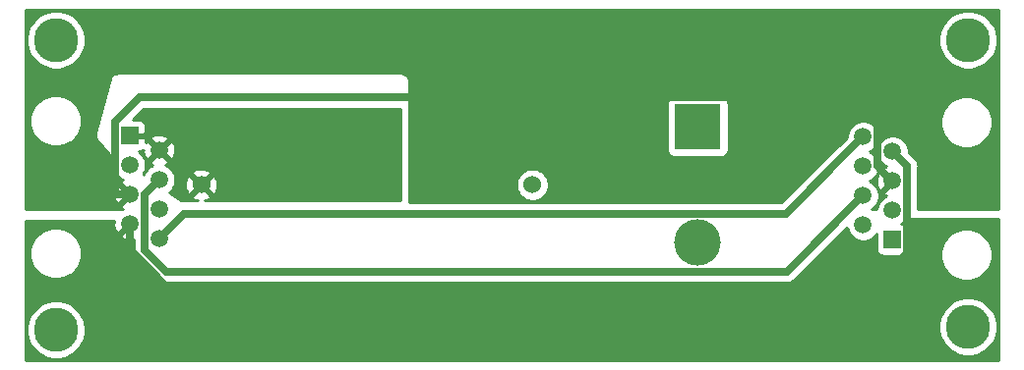
<source format=gbr>
G04 #@! TF.GenerationSoftware,KiCad,Pcbnew,(5.1.4)-1*
G04 #@! TF.CreationDate,2020-02-13T15:41:24-05:00*
G04 #@! TF.ProjectId,PowerFilter,506f7765-7246-4696-9c74-65722e6b6963,rev?*
G04 #@! TF.SameCoordinates,Original*
G04 #@! TF.FileFunction,Copper,L1,Top*
G04 #@! TF.FilePolarity,Positive*
%FSLAX46Y46*%
G04 Gerber Fmt 4.6, Leading zero omitted, Abs format (unit mm)*
G04 Created by KiCad (PCBNEW (5.1.4)-1) date 2020-02-13 15:41:24*
%MOMM*%
%LPD*%
G04 APERTURE LIST*
%ADD10C,3.800000*%
%ADD11C,1.524000*%
%ADD12C,1.500000*%
%ADD13R,1.500000X1.500000*%
%ADD14C,4.000000*%
%ADD15R,4.000000X4.000000*%
%ADD16C,0.635000*%
%ADD17C,0.254000*%
G04 APERTURE END LIST*
D10*
X139750000Y-57750000D03*
X139750000Y-82500000D03*
X61250000Y-82750000D03*
X61250000Y-57750000D03*
D11*
X102250000Y-70250000D03*
X73750006Y-70250000D03*
D12*
X130710000Y-66110000D03*
X133250000Y-67380000D03*
X130710000Y-68650000D03*
X133250000Y-69920000D03*
X130710000Y-71190000D03*
X133250000Y-72460000D03*
X130710000Y-73730000D03*
D13*
X133250000Y-75000000D03*
D12*
X70140000Y-74890000D03*
X67600000Y-73620000D03*
X70140000Y-72350000D03*
X67600000Y-71080000D03*
X70140000Y-69810000D03*
X67600000Y-68540000D03*
X70140000Y-67270000D03*
D13*
X67600000Y-66000000D03*
D14*
X116500000Y-75250000D03*
D15*
X116500000Y-65250000D03*
D16*
X129960001Y-66859999D02*
X130710000Y-66110000D01*
X124087501Y-72732499D02*
X129960001Y-66859999D01*
X72297501Y-72732499D02*
X124087501Y-72732499D01*
X70140000Y-74890000D02*
X72297501Y-72732499D01*
X67600000Y-75850000D02*
X71250000Y-79500000D01*
X67600000Y-73620000D02*
X67600000Y-75850000D01*
X133999999Y-68129999D02*
X133250000Y-67380000D01*
X71250000Y-79500000D02*
X131181502Y-79500000D01*
X131181502Y-79500000D02*
X134517501Y-76164001D01*
X134517501Y-76164001D02*
X134517501Y-68647501D01*
X134517501Y-68647501D02*
X133999999Y-68129999D01*
X131982499Y-64236597D02*
X131982499Y-68652499D01*
X132500001Y-69170001D02*
X133250000Y-69920000D01*
X130478401Y-62732499D02*
X131982499Y-64236597D01*
X68435999Y-62732499D02*
X130478401Y-62732499D01*
X66332499Y-70873159D02*
X66332499Y-64835999D01*
X66539340Y-71080000D02*
X66332499Y-70873159D01*
X131982499Y-68652499D02*
X132500001Y-69170001D01*
X66332499Y-64835999D02*
X68435999Y-62732499D01*
X67600000Y-71080000D02*
X66539340Y-71080000D01*
X68872499Y-71077501D02*
X70140000Y-69810000D01*
X68872499Y-75872499D02*
X68872499Y-71077501D01*
X70767501Y-77767501D02*
X68872499Y-75872499D01*
X130710000Y-71190000D02*
X124132499Y-77767501D01*
X124132499Y-77767501D02*
X70767501Y-77767501D01*
D17*
G36*
X90873000Y-71623000D02*
G01*
X74013954Y-71623000D01*
X74094139Y-71610922D01*
X74353029Y-71517636D01*
X74468986Y-71455656D01*
X74535966Y-71215565D01*
X73750006Y-70429605D01*
X72964046Y-71215565D01*
X73031026Y-71455656D01*
X73280054Y-71572756D01*
X73482561Y-71623000D01*
X72040422Y-71623000D01*
X71010938Y-70893782D01*
X71022886Y-70885799D01*
X71215799Y-70692886D01*
X71367371Y-70466043D01*
X71427028Y-70322017D01*
X72348096Y-70322017D01*
X72389084Y-70594133D01*
X72482370Y-70853023D01*
X72544350Y-70968980D01*
X72784441Y-71035960D01*
X73570401Y-70250000D01*
X73929611Y-70250000D01*
X74715571Y-71035960D01*
X74955662Y-70968980D01*
X75072762Y-70719952D01*
X75139029Y-70452865D01*
X75151916Y-70177983D01*
X75110928Y-69905867D01*
X75017642Y-69646977D01*
X74955662Y-69531020D01*
X74715571Y-69464040D01*
X73929611Y-70250000D01*
X73570401Y-70250000D01*
X72784441Y-69464040D01*
X72544350Y-69531020D01*
X72427250Y-69780048D01*
X72360983Y-70047135D01*
X72348096Y-70322017D01*
X71427028Y-70322017D01*
X71471775Y-70213989D01*
X71525000Y-69946411D01*
X71525000Y-69673589D01*
X71471775Y-69406011D01*
X71421417Y-69284435D01*
X72964046Y-69284435D01*
X73750006Y-70070395D01*
X74535966Y-69284435D01*
X74468986Y-69044344D01*
X74219958Y-68927244D01*
X73952871Y-68860977D01*
X73677989Y-68848090D01*
X73405873Y-68889078D01*
X73146983Y-68982364D01*
X73031026Y-69044344D01*
X72964046Y-69284435D01*
X71421417Y-69284435D01*
X71367371Y-69153957D01*
X71215799Y-68927114D01*
X71022886Y-68734201D01*
X70796043Y-68582629D01*
X70696721Y-68541489D01*
X70738832Y-68526277D01*
X70851863Y-68465860D01*
X70917388Y-68226993D01*
X70140000Y-67449605D01*
X69362612Y-68226993D01*
X69428137Y-68465860D01*
X69586477Y-68540164D01*
X69483957Y-68582629D01*
X69257114Y-68734201D01*
X69064201Y-68927114D01*
X68912629Y-69153957D01*
X68831438Y-69349969D01*
X68758868Y-69298565D01*
X68827371Y-69196043D01*
X68931775Y-68943989D01*
X68985000Y-68676411D01*
X68985000Y-68403589D01*
X68931775Y-68136011D01*
X68827371Y-67883957D01*
X68675799Y-67657114D01*
X68482886Y-67464201D01*
X68366517Y-67386445D01*
X68474482Y-67375812D01*
X68594180Y-67339502D01*
X68704494Y-67280537D01*
X68754952Y-67239127D01*
X68750188Y-67342492D01*
X68791035Y-67612238D01*
X68883723Y-67868832D01*
X68944140Y-67981863D01*
X69183007Y-68047388D01*
X69960395Y-67270000D01*
X70319605Y-67270000D01*
X71096993Y-68047388D01*
X71335860Y-67981863D01*
X71451760Y-67734884D01*
X71517250Y-67470040D01*
X71529812Y-67197508D01*
X71488965Y-66927762D01*
X71396277Y-66671168D01*
X71335860Y-66558137D01*
X71096993Y-66492612D01*
X70319605Y-67270000D01*
X69960395Y-67270000D01*
X69183007Y-66492612D01*
X68986725Y-66546455D01*
X68985181Y-66313007D01*
X69362612Y-66313007D01*
X70140000Y-67090395D01*
X70917388Y-66313007D01*
X70851863Y-66074140D01*
X70604884Y-65958240D01*
X70340040Y-65892750D01*
X70067508Y-65880188D01*
X69797762Y-65921035D01*
X69541168Y-66013723D01*
X69428137Y-66074140D01*
X69362612Y-66313007D01*
X68985181Y-66313007D01*
X68985000Y-66285750D01*
X68826250Y-66127000D01*
X67727000Y-66127000D01*
X67727000Y-66147000D01*
X67473000Y-66147000D01*
X67473000Y-66127000D01*
X67453000Y-66127000D01*
X67453000Y-65873000D01*
X67473000Y-65873000D01*
X67473000Y-65853000D01*
X67727000Y-65853000D01*
X67727000Y-65873000D01*
X68826250Y-65873000D01*
X68985000Y-65714250D01*
X68988072Y-65250000D01*
X68975812Y-65125518D01*
X68939502Y-65005820D01*
X68880537Y-64895506D01*
X68801185Y-64798815D01*
X68704494Y-64719463D01*
X68594180Y-64660498D01*
X68474482Y-64624188D01*
X68350000Y-64611928D01*
X67900635Y-64614902D01*
X68830538Y-63684999D01*
X90873000Y-63684999D01*
X90873000Y-71623000D01*
X90873000Y-71623000D01*
G37*
X90873000Y-71623000D02*
X74013954Y-71623000D01*
X74094139Y-71610922D01*
X74353029Y-71517636D01*
X74468986Y-71455656D01*
X74535966Y-71215565D01*
X73750006Y-70429605D01*
X72964046Y-71215565D01*
X73031026Y-71455656D01*
X73280054Y-71572756D01*
X73482561Y-71623000D01*
X72040422Y-71623000D01*
X71010938Y-70893782D01*
X71022886Y-70885799D01*
X71215799Y-70692886D01*
X71367371Y-70466043D01*
X71427028Y-70322017D01*
X72348096Y-70322017D01*
X72389084Y-70594133D01*
X72482370Y-70853023D01*
X72544350Y-70968980D01*
X72784441Y-71035960D01*
X73570401Y-70250000D01*
X73929611Y-70250000D01*
X74715571Y-71035960D01*
X74955662Y-70968980D01*
X75072762Y-70719952D01*
X75139029Y-70452865D01*
X75151916Y-70177983D01*
X75110928Y-69905867D01*
X75017642Y-69646977D01*
X74955662Y-69531020D01*
X74715571Y-69464040D01*
X73929611Y-70250000D01*
X73570401Y-70250000D01*
X72784441Y-69464040D01*
X72544350Y-69531020D01*
X72427250Y-69780048D01*
X72360983Y-70047135D01*
X72348096Y-70322017D01*
X71427028Y-70322017D01*
X71471775Y-70213989D01*
X71525000Y-69946411D01*
X71525000Y-69673589D01*
X71471775Y-69406011D01*
X71421417Y-69284435D01*
X72964046Y-69284435D01*
X73750006Y-70070395D01*
X74535966Y-69284435D01*
X74468986Y-69044344D01*
X74219958Y-68927244D01*
X73952871Y-68860977D01*
X73677989Y-68848090D01*
X73405873Y-68889078D01*
X73146983Y-68982364D01*
X73031026Y-69044344D01*
X72964046Y-69284435D01*
X71421417Y-69284435D01*
X71367371Y-69153957D01*
X71215799Y-68927114D01*
X71022886Y-68734201D01*
X70796043Y-68582629D01*
X70696721Y-68541489D01*
X70738832Y-68526277D01*
X70851863Y-68465860D01*
X70917388Y-68226993D01*
X70140000Y-67449605D01*
X69362612Y-68226993D01*
X69428137Y-68465860D01*
X69586477Y-68540164D01*
X69483957Y-68582629D01*
X69257114Y-68734201D01*
X69064201Y-68927114D01*
X68912629Y-69153957D01*
X68831438Y-69349969D01*
X68758868Y-69298565D01*
X68827371Y-69196043D01*
X68931775Y-68943989D01*
X68985000Y-68676411D01*
X68985000Y-68403589D01*
X68931775Y-68136011D01*
X68827371Y-67883957D01*
X68675799Y-67657114D01*
X68482886Y-67464201D01*
X68366517Y-67386445D01*
X68474482Y-67375812D01*
X68594180Y-67339502D01*
X68704494Y-67280537D01*
X68754952Y-67239127D01*
X68750188Y-67342492D01*
X68791035Y-67612238D01*
X68883723Y-67868832D01*
X68944140Y-67981863D01*
X69183007Y-68047388D01*
X69960395Y-67270000D01*
X70319605Y-67270000D01*
X71096993Y-68047388D01*
X71335860Y-67981863D01*
X71451760Y-67734884D01*
X71517250Y-67470040D01*
X71529812Y-67197508D01*
X71488965Y-66927762D01*
X71396277Y-66671168D01*
X71335860Y-66558137D01*
X71096993Y-66492612D01*
X70319605Y-67270000D01*
X69960395Y-67270000D01*
X69183007Y-66492612D01*
X68986725Y-66546455D01*
X68985181Y-66313007D01*
X69362612Y-66313007D01*
X70140000Y-67090395D01*
X70917388Y-66313007D01*
X70851863Y-66074140D01*
X70604884Y-65958240D01*
X70340040Y-65892750D01*
X70067508Y-65880188D01*
X69797762Y-65921035D01*
X69541168Y-66013723D01*
X69428137Y-66074140D01*
X69362612Y-66313007D01*
X68985181Y-66313007D01*
X68985000Y-66285750D01*
X68826250Y-66127000D01*
X67727000Y-66127000D01*
X67727000Y-66147000D01*
X67473000Y-66147000D01*
X67473000Y-66127000D01*
X67453000Y-66127000D01*
X67453000Y-65873000D01*
X67473000Y-65873000D01*
X67473000Y-65853000D01*
X67727000Y-65853000D01*
X67727000Y-65873000D01*
X68826250Y-65873000D01*
X68985000Y-65714250D01*
X68988072Y-65250000D01*
X68975812Y-65125518D01*
X68939502Y-65005820D01*
X68880537Y-64895506D01*
X68801185Y-64798815D01*
X68704494Y-64719463D01*
X68594180Y-64660498D01*
X68474482Y-64624188D01*
X68350000Y-64611928D01*
X67900635Y-64614902D01*
X68830538Y-63684999D01*
X90873000Y-63684999D01*
X90873000Y-71623000D01*
G36*
X142340000Y-72373000D02*
G01*
X135470001Y-72373000D01*
X135470001Y-68694285D01*
X135474609Y-68647500D01*
X135456218Y-68460778D01*
X135421339Y-68345799D01*
X135401753Y-68281232D01*
X135313307Y-68115760D01*
X135194279Y-67970723D01*
X135157927Y-67940890D01*
X134706605Y-67489567D01*
X134706600Y-67489561D01*
X134635000Y-67417961D01*
X134635000Y-67243589D01*
X134581775Y-66976011D01*
X134477371Y-66723957D01*
X134325799Y-66497114D01*
X134132886Y-66304201D01*
X133906043Y-66152629D01*
X133653989Y-66048225D01*
X133386411Y-65995000D01*
X133113589Y-65995000D01*
X132846011Y-66048225D01*
X132593957Y-66152629D01*
X132367114Y-66304201D01*
X132174201Y-66497114D01*
X132022629Y-66723957D01*
X131918225Y-66976011D01*
X131865000Y-67243589D01*
X131865000Y-67516411D01*
X131918225Y-67783989D01*
X132022629Y-68036043D01*
X132174201Y-68262886D01*
X132367114Y-68455799D01*
X132593957Y-68607371D01*
X132693279Y-68648511D01*
X132651168Y-68663723D01*
X132538137Y-68724140D01*
X132472612Y-68963007D01*
X133250000Y-69740395D01*
X133264143Y-69726253D01*
X133443748Y-69905858D01*
X133429605Y-69920000D01*
X133443748Y-69934143D01*
X133264143Y-70113748D01*
X133250000Y-70099605D01*
X132472612Y-70876993D01*
X132538137Y-71115860D01*
X132696477Y-71190164D01*
X132593957Y-71232629D01*
X132367114Y-71384201D01*
X132174201Y-71577114D01*
X132022629Y-71803957D01*
X131918225Y-72056011D01*
X131865000Y-72323589D01*
X131865000Y-72373000D01*
X131432449Y-72373000D01*
X131592886Y-72265799D01*
X131785799Y-72072886D01*
X131937371Y-71846043D01*
X132041775Y-71593989D01*
X132095000Y-71326411D01*
X132095000Y-71053589D01*
X132041775Y-70786011D01*
X131937371Y-70533957D01*
X131785799Y-70307114D01*
X131592886Y-70114201D01*
X131410737Y-69992492D01*
X131860188Y-69992492D01*
X131901035Y-70262238D01*
X131993723Y-70518832D01*
X132054140Y-70631863D01*
X132293007Y-70697388D01*
X133070395Y-69920000D01*
X132293007Y-69142612D01*
X132054140Y-69208137D01*
X131938240Y-69455116D01*
X131872750Y-69719960D01*
X131860188Y-69992492D01*
X131410737Y-69992492D01*
X131366043Y-69962629D01*
X131263127Y-69920000D01*
X131366043Y-69877371D01*
X131592886Y-69725799D01*
X131785799Y-69532886D01*
X131937371Y-69306043D01*
X132041775Y-69053989D01*
X132095000Y-68786411D01*
X132095000Y-68513589D01*
X132041775Y-68246011D01*
X131937371Y-67993957D01*
X131785799Y-67767114D01*
X131592886Y-67574201D01*
X131366043Y-67422629D01*
X131263127Y-67380000D01*
X131366043Y-67337371D01*
X131592886Y-67185799D01*
X131785799Y-66992886D01*
X131937371Y-66766043D01*
X132041775Y-66513989D01*
X132095000Y-66246411D01*
X132095000Y-65973589D01*
X132041775Y-65706011D01*
X131937371Y-65453957D01*
X131785799Y-65227114D01*
X131592886Y-65034201D01*
X131366043Y-64882629D01*
X131113989Y-64778225D01*
X130846411Y-64725000D01*
X130573589Y-64725000D01*
X130306011Y-64778225D01*
X130053957Y-64882629D01*
X129827114Y-65034201D01*
X129634201Y-65227114D01*
X129482629Y-65453957D01*
X129378225Y-65706011D01*
X129325000Y-65973589D01*
X129325000Y-66147962D01*
X129319568Y-66153394D01*
X129319563Y-66153398D01*
X123692963Y-71779999D01*
X91632045Y-71779999D01*
X91635000Y-71750000D01*
X91635000Y-70112408D01*
X100853000Y-70112408D01*
X100853000Y-70387592D01*
X100906686Y-70657490D01*
X101011995Y-70911727D01*
X101164880Y-71140535D01*
X101359465Y-71335120D01*
X101588273Y-71488005D01*
X101842510Y-71593314D01*
X102112408Y-71647000D01*
X102387592Y-71647000D01*
X102657490Y-71593314D01*
X102911727Y-71488005D01*
X103140535Y-71335120D01*
X103335120Y-71140535D01*
X103488005Y-70911727D01*
X103593314Y-70657490D01*
X103647000Y-70387592D01*
X103647000Y-70112408D01*
X103593314Y-69842510D01*
X103488005Y-69588273D01*
X103335120Y-69359465D01*
X103140535Y-69164880D01*
X102911727Y-69011995D01*
X102657490Y-68906686D01*
X102387592Y-68853000D01*
X102112408Y-68853000D01*
X101842510Y-68906686D01*
X101588273Y-69011995D01*
X101359465Y-69164880D01*
X101164880Y-69359465D01*
X101011995Y-69588273D01*
X100906686Y-69842510D01*
X100853000Y-70112408D01*
X91635000Y-70112408D01*
X91635000Y-63250000D01*
X113861928Y-63250000D01*
X113861928Y-67250000D01*
X113874188Y-67374482D01*
X113910498Y-67494180D01*
X113969463Y-67604494D01*
X114048815Y-67701185D01*
X114145506Y-67780537D01*
X114255820Y-67839502D01*
X114375518Y-67875812D01*
X114500000Y-67888072D01*
X118500000Y-67888072D01*
X118624482Y-67875812D01*
X118744180Y-67839502D01*
X118854494Y-67780537D01*
X118951185Y-67701185D01*
X119030537Y-67604494D01*
X119089502Y-67494180D01*
X119125812Y-67374482D01*
X119138072Y-67250000D01*
X119138072Y-64619872D01*
X137365000Y-64619872D01*
X137365000Y-65060128D01*
X137450890Y-65491925D01*
X137619369Y-65898669D01*
X137863962Y-66264729D01*
X138175271Y-66576038D01*
X138541331Y-66820631D01*
X138948075Y-66989110D01*
X139379872Y-67075000D01*
X139820128Y-67075000D01*
X140251925Y-66989110D01*
X140658669Y-66820631D01*
X141024729Y-66576038D01*
X141336038Y-66264729D01*
X141580631Y-65898669D01*
X141749110Y-65491925D01*
X141835000Y-65060128D01*
X141835000Y-64619872D01*
X141749110Y-64188075D01*
X141580631Y-63781331D01*
X141336038Y-63415271D01*
X141024729Y-63103962D01*
X140658669Y-62859369D01*
X140251925Y-62690890D01*
X139820128Y-62605000D01*
X139379872Y-62605000D01*
X138948075Y-62690890D01*
X138541331Y-62859369D01*
X138175271Y-63103962D01*
X137863962Y-63415271D01*
X137619369Y-63781331D01*
X137450890Y-64188075D01*
X137365000Y-64619872D01*
X119138072Y-64619872D01*
X119138072Y-63250000D01*
X119125812Y-63125518D01*
X119089502Y-63005820D01*
X119030537Y-62895506D01*
X118951185Y-62798815D01*
X118854494Y-62719463D01*
X118744180Y-62660498D01*
X118624482Y-62624188D01*
X118500000Y-62611928D01*
X114500000Y-62611928D01*
X114375518Y-62624188D01*
X114255820Y-62660498D01*
X114145506Y-62719463D01*
X114048815Y-62798815D01*
X113969463Y-62895506D01*
X113910498Y-63005820D01*
X113874188Y-63125518D01*
X113861928Y-63250000D01*
X91635000Y-63250000D01*
X91635000Y-61250000D01*
X91622799Y-61126118D01*
X91586664Y-61006996D01*
X91527983Y-60897213D01*
X91449013Y-60800987D01*
X91352787Y-60722017D01*
X91243004Y-60663336D01*
X91123882Y-60627201D01*
X91000000Y-60615000D01*
X66500000Y-60615000D01*
X66416362Y-60620532D01*
X66295166Y-60648944D01*
X66181842Y-60700454D01*
X66080744Y-60773083D01*
X65995758Y-60864040D01*
X65930150Y-60969829D01*
X65886441Y-61086384D01*
X64636441Y-65773884D01*
X64616870Y-65888798D01*
X64619534Y-66013251D01*
X64646427Y-66134793D01*
X64696514Y-66248753D01*
X64767872Y-66350753D01*
X66277956Y-68112518D01*
X66268225Y-68136011D01*
X66215000Y-68403589D01*
X66215000Y-68676411D01*
X66268225Y-68943989D01*
X66372629Y-69196043D01*
X66524201Y-69422886D01*
X66717114Y-69615799D01*
X66943957Y-69767371D01*
X67043279Y-69808511D01*
X67001168Y-69823723D01*
X66888137Y-69884140D01*
X66822612Y-70123007D01*
X67600000Y-70900395D01*
X67614143Y-70886253D01*
X67793748Y-71065858D01*
X67779605Y-71080000D01*
X67793748Y-71094143D01*
X67614143Y-71273748D01*
X67600000Y-71259605D01*
X66822612Y-72036993D01*
X66888137Y-72275860D01*
X67046477Y-72350164D01*
X66991346Y-72373000D01*
X58660000Y-72373000D01*
X58660000Y-71152492D01*
X66210188Y-71152492D01*
X66251035Y-71422238D01*
X66343723Y-71678832D01*
X66404140Y-71791863D01*
X66643007Y-71857388D01*
X67420395Y-71080000D01*
X66643007Y-70302612D01*
X66404140Y-70368137D01*
X66288240Y-70615116D01*
X66222750Y-70879960D01*
X66210188Y-71152492D01*
X58660000Y-71152492D01*
X58660000Y-64509872D01*
X59015000Y-64509872D01*
X59015000Y-64950128D01*
X59100890Y-65381925D01*
X59269369Y-65788669D01*
X59513962Y-66154729D01*
X59825271Y-66466038D01*
X60191331Y-66710631D01*
X60598075Y-66879110D01*
X61029872Y-66965000D01*
X61470128Y-66965000D01*
X61901925Y-66879110D01*
X62308669Y-66710631D01*
X62674729Y-66466038D01*
X62986038Y-66154729D01*
X63230631Y-65788669D01*
X63399110Y-65381925D01*
X63485000Y-64950128D01*
X63485000Y-64509872D01*
X63399110Y-64078075D01*
X63230631Y-63671331D01*
X62986038Y-63305271D01*
X62674729Y-62993962D01*
X62308669Y-62749369D01*
X61901925Y-62580890D01*
X61470128Y-62495000D01*
X61029872Y-62495000D01*
X60598075Y-62580890D01*
X60191331Y-62749369D01*
X59825271Y-62993962D01*
X59513962Y-63305271D01*
X59269369Y-63671331D01*
X59100890Y-64078075D01*
X59015000Y-64509872D01*
X58660000Y-64509872D01*
X58660000Y-57500324D01*
X58715000Y-57500324D01*
X58715000Y-57999676D01*
X58812418Y-58489432D01*
X59003512Y-58950773D01*
X59280937Y-59365968D01*
X59634032Y-59719063D01*
X60049227Y-59996488D01*
X60510568Y-60187582D01*
X61000324Y-60285000D01*
X61499676Y-60285000D01*
X61989432Y-60187582D01*
X62450773Y-59996488D01*
X62865968Y-59719063D01*
X63219063Y-59365968D01*
X63496488Y-58950773D01*
X63687582Y-58489432D01*
X63785000Y-57999676D01*
X63785000Y-57500324D01*
X137215000Y-57500324D01*
X137215000Y-57999676D01*
X137312418Y-58489432D01*
X137503512Y-58950773D01*
X137780937Y-59365968D01*
X138134032Y-59719063D01*
X138549227Y-59996488D01*
X139010568Y-60187582D01*
X139500324Y-60285000D01*
X139999676Y-60285000D01*
X140489432Y-60187582D01*
X140950773Y-59996488D01*
X141365968Y-59719063D01*
X141719063Y-59365968D01*
X141996488Y-58950773D01*
X142187582Y-58489432D01*
X142285000Y-57999676D01*
X142285000Y-57500324D01*
X142187582Y-57010568D01*
X141996488Y-56549227D01*
X141719063Y-56134032D01*
X141365968Y-55780937D01*
X140950773Y-55503512D01*
X140489432Y-55312418D01*
X139999676Y-55215000D01*
X139500324Y-55215000D01*
X139010568Y-55312418D01*
X138549227Y-55503512D01*
X138134032Y-55780937D01*
X137780937Y-56134032D01*
X137503512Y-56549227D01*
X137312418Y-57010568D01*
X137215000Y-57500324D01*
X63785000Y-57500324D01*
X63687582Y-57010568D01*
X63496488Y-56549227D01*
X63219063Y-56134032D01*
X62865968Y-55780937D01*
X62450773Y-55503512D01*
X61989432Y-55312418D01*
X61499676Y-55215000D01*
X61000324Y-55215000D01*
X60510568Y-55312418D01*
X60049227Y-55503512D01*
X59634032Y-55780937D01*
X59280937Y-56134032D01*
X59003512Y-56549227D01*
X58812418Y-57010568D01*
X58715000Y-57500324D01*
X58660000Y-57500324D01*
X58660000Y-55160000D01*
X142340001Y-55160000D01*
X142340000Y-72373000D01*
X142340000Y-72373000D01*
G37*
X142340000Y-72373000D02*
X135470001Y-72373000D01*
X135470001Y-68694285D01*
X135474609Y-68647500D01*
X135456218Y-68460778D01*
X135421339Y-68345799D01*
X135401753Y-68281232D01*
X135313307Y-68115760D01*
X135194279Y-67970723D01*
X135157927Y-67940890D01*
X134706605Y-67489567D01*
X134706600Y-67489561D01*
X134635000Y-67417961D01*
X134635000Y-67243589D01*
X134581775Y-66976011D01*
X134477371Y-66723957D01*
X134325799Y-66497114D01*
X134132886Y-66304201D01*
X133906043Y-66152629D01*
X133653989Y-66048225D01*
X133386411Y-65995000D01*
X133113589Y-65995000D01*
X132846011Y-66048225D01*
X132593957Y-66152629D01*
X132367114Y-66304201D01*
X132174201Y-66497114D01*
X132022629Y-66723957D01*
X131918225Y-66976011D01*
X131865000Y-67243589D01*
X131865000Y-67516411D01*
X131918225Y-67783989D01*
X132022629Y-68036043D01*
X132174201Y-68262886D01*
X132367114Y-68455799D01*
X132593957Y-68607371D01*
X132693279Y-68648511D01*
X132651168Y-68663723D01*
X132538137Y-68724140D01*
X132472612Y-68963007D01*
X133250000Y-69740395D01*
X133264143Y-69726253D01*
X133443748Y-69905858D01*
X133429605Y-69920000D01*
X133443748Y-69934143D01*
X133264143Y-70113748D01*
X133250000Y-70099605D01*
X132472612Y-70876993D01*
X132538137Y-71115860D01*
X132696477Y-71190164D01*
X132593957Y-71232629D01*
X132367114Y-71384201D01*
X132174201Y-71577114D01*
X132022629Y-71803957D01*
X131918225Y-72056011D01*
X131865000Y-72323589D01*
X131865000Y-72373000D01*
X131432449Y-72373000D01*
X131592886Y-72265799D01*
X131785799Y-72072886D01*
X131937371Y-71846043D01*
X132041775Y-71593989D01*
X132095000Y-71326411D01*
X132095000Y-71053589D01*
X132041775Y-70786011D01*
X131937371Y-70533957D01*
X131785799Y-70307114D01*
X131592886Y-70114201D01*
X131410737Y-69992492D01*
X131860188Y-69992492D01*
X131901035Y-70262238D01*
X131993723Y-70518832D01*
X132054140Y-70631863D01*
X132293007Y-70697388D01*
X133070395Y-69920000D01*
X132293007Y-69142612D01*
X132054140Y-69208137D01*
X131938240Y-69455116D01*
X131872750Y-69719960D01*
X131860188Y-69992492D01*
X131410737Y-69992492D01*
X131366043Y-69962629D01*
X131263127Y-69920000D01*
X131366043Y-69877371D01*
X131592886Y-69725799D01*
X131785799Y-69532886D01*
X131937371Y-69306043D01*
X132041775Y-69053989D01*
X132095000Y-68786411D01*
X132095000Y-68513589D01*
X132041775Y-68246011D01*
X131937371Y-67993957D01*
X131785799Y-67767114D01*
X131592886Y-67574201D01*
X131366043Y-67422629D01*
X131263127Y-67380000D01*
X131366043Y-67337371D01*
X131592886Y-67185799D01*
X131785799Y-66992886D01*
X131937371Y-66766043D01*
X132041775Y-66513989D01*
X132095000Y-66246411D01*
X132095000Y-65973589D01*
X132041775Y-65706011D01*
X131937371Y-65453957D01*
X131785799Y-65227114D01*
X131592886Y-65034201D01*
X131366043Y-64882629D01*
X131113989Y-64778225D01*
X130846411Y-64725000D01*
X130573589Y-64725000D01*
X130306011Y-64778225D01*
X130053957Y-64882629D01*
X129827114Y-65034201D01*
X129634201Y-65227114D01*
X129482629Y-65453957D01*
X129378225Y-65706011D01*
X129325000Y-65973589D01*
X129325000Y-66147962D01*
X129319568Y-66153394D01*
X129319563Y-66153398D01*
X123692963Y-71779999D01*
X91632045Y-71779999D01*
X91635000Y-71750000D01*
X91635000Y-70112408D01*
X100853000Y-70112408D01*
X100853000Y-70387592D01*
X100906686Y-70657490D01*
X101011995Y-70911727D01*
X101164880Y-71140535D01*
X101359465Y-71335120D01*
X101588273Y-71488005D01*
X101842510Y-71593314D01*
X102112408Y-71647000D01*
X102387592Y-71647000D01*
X102657490Y-71593314D01*
X102911727Y-71488005D01*
X103140535Y-71335120D01*
X103335120Y-71140535D01*
X103488005Y-70911727D01*
X103593314Y-70657490D01*
X103647000Y-70387592D01*
X103647000Y-70112408D01*
X103593314Y-69842510D01*
X103488005Y-69588273D01*
X103335120Y-69359465D01*
X103140535Y-69164880D01*
X102911727Y-69011995D01*
X102657490Y-68906686D01*
X102387592Y-68853000D01*
X102112408Y-68853000D01*
X101842510Y-68906686D01*
X101588273Y-69011995D01*
X101359465Y-69164880D01*
X101164880Y-69359465D01*
X101011995Y-69588273D01*
X100906686Y-69842510D01*
X100853000Y-70112408D01*
X91635000Y-70112408D01*
X91635000Y-63250000D01*
X113861928Y-63250000D01*
X113861928Y-67250000D01*
X113874188Y-67374482D01*
X113910498Y-67494180D01*
X113969463Y-67604494D01*
X114048815Y-67701185D01*
X114145506Y-67780537D01*
X114255820Y-67839502D01*
X114375518Y-67875812D01*
X114500000Y-67888072D01*
X118500000Y-67888072D01*
X118624482Y-67875812D01*
X118744180Y-67839502D01*
X118854494Y-67780537D01*
X118951185Y-67701185D01*
X119030537Y-67604494D01*
X119089502Y-67494180D01*
X119125812Y-67374482D01*
X119138072Y-67250000D01*
X119138072Y-64619872D01*
X137365000Y-64619872D01*
X137365000Y-65060128D01*
X137450890Y-65491925D01*
X137619369Y-65898669D01*
X137863962Y-66264729D01*
X138175271Y-66576038D01*
X138541331Y-66820631D01*
X138948075Y-66989110D01*
X139379872Y-67075000D01*
X139820128Y-67075000D01*
X140251925Y-66989110D01*
X140658669Y-66820631D01*
X141024729Y-66576038D01*
X141336038Y-66264729D01*
X141580631Y-65898669D01*
X141749110Y-65491925D01*
X141835000Y-65060128D01*
X141835000Y-64619872D01*
X141749110Y-64188075D01*
X141580631Y-63781331D01*
X141336038Y-63415271D01*
X141024729Y-63103962D01*
X140658669Y-62859369D01*
X140251925Y-62690890D01*
X139820128Y-62605000D01*
X139379872Y-62605000D01*
X138948075Y-62690890D01*
X138541331Y-62859369D01*
X138175271Y-63103962D01*
X137863962Y-63415271D01*
X137619369Y-63781331D01*
X137450890Y-64188075D01*
X137365000Y-64619872D01*
X119138072Y-64619872D01*
X119138072Y-63250000D01*
X119125812Y-63125518D01*
X119089502Y-63005820D01*
X119030537Y-62895506D01*
X118951185Y-62798815D01*
X118854494Y-62719463D01*
X118744180Y-62660498D01*
X118624482Y-62624188D01*
X118500000Y-62611928D01*
X114500000Y-62611928D01*
X114375518Y-62624188D01*
X114255820Y-62660498D01*
X114145506Y-62719463D01*
X114048815Y-62798815D01*
X113969463Y-62895506D01*
X113910498Y-63005820D01*
X113874188Y-63125518D01*
X113861928Y-63250000D01*
X91635000Y-63250000D01*
X91635000Y-61250000D01*
X91622799Y-61126118D01*
X91586664Y-61006996D01*
X91527983Y-60897213D01*
X91449013Y-60800987D01*
X91352787Y-60722017D01*
X91243004Y-60663336D01*
X91123882Y-60627201D01*
X91000000Y-60615000D01*
X66500000Y-60615000D01*
X66416362Y-60620532D01*
X66295166Y-60648944D01*
X66181842Y-60700454D01*
X66080744Y-60773083D01*
X65995758Y-60864040D01*
X65930150Y-60969829D01*
X65886441Y-61086384D01*
X64636441Y-65773884D01*
X64616870Y-65888798D01*
X64619534Y-66013251D01*
X64646427Y-66134793D01*
X64696514Y-66248753D01*
X64767872Y-66350753D01*
X66277956Y-68112518D01*
X66268225Y-68136011D01*
X66215000Y-68403589D01*
X66215000Y-68676411D01*
X66268225Y-68943989D01*
X66372629Y-69196043D01*
X66524201Y-69422886D01*
X66717114Y-69615799D01*
X66943957Y-69767371D01*
X67043279Y-69808511D01*
X67001168Y-69823723D01*
X66888137Y-69884140D01*
X66822612Y-70123007D01*
X67600000Y-70900395D01*
X67614143Y-70886253D01*
X67793748Y-71065858D01*
X67779605Y-71080000D01*
X67793748Y-71094143D01*
X67614143Y-71273748D01*
X67600000Y-71259605D01*
X66822612Y-72036993D01*
X66888137Y-72275860D01*
X67046477Y-72350164D01*
X66991346Y-72373000D01*
X58660000Y-72373000D01*
X58660000Y-71152492D01*
X66210188Y-71152492D01*
X66251035Y-71422238D01*
X66343723Y-71678832D01*
X66404140Y-71791863D01*
X66643007Y-71857388D01*
X67420395Y-71080000D01*
X66643007Y-70302612D01*
X66404140Y-70368137D01*
X66288240Y-70615116D01*
X66222750Y-70879960D01*
X66210188Y-71152492D01*
X58660000Y-71152492D01*
X58660000Y-64509872D01*
X59015000Y-64509872D01*
X59015000Y-64950128D01*
X59100890Y-65381925D01*
X59269369Y-65788669D01*
X59513962Y-66154729D01*
X59825271Y-66466038D01*
X60191331Y-66710631D01*
X60598075Y-66879110D01*
X61029872Y-66965000D01*
X61470128Y-66965000D01*
X61901925Y-66879110D01*
X62308669Y-66710631D01*
X62674729Y-66466038D01*
X62986038Y-66154729D01*
X63230631Y-65788669D01*
X63399110Y-65381925D01*
X63485000Y-64950128D01*
X63485000Y-64509872D01*
X63399110Y-64078075D01*
X63230631Y-63671331D01*
X62986038Y-63305271D01*
X62674729Y-62993962D01*
X62308669Y-62749369D01*
X61901925Y-62580890D01*
X61470128Y-62495000D01*
X61029872Y-62495000D01*
X60598075Y-62580890D01*
X60191331Y-62749369D01*
X59825271Y-62993962D01*
X59513962Y-63305271D01*
X59269369Y-63671331D01*
X59100890Y-64078075D01*
X59015000Y-64509872D01*
X58660000Y-64509872D01*
X58660000Y-57500324D01*
X58715000Y-57500324D01*
X58715000Y-57999676D01*
X58812418Y-58489432D01*
X59003512Y-58950773D01*
X59280937Y-59365968D01*
X59634032Y-59719063D01*
X60049227Y-59996488D01*
X60510568Y-60187582D01*
X61000324Y-60285000D01*
X61499676Y-60285000D01*
X61989432Y-60187582D01*
X62450773Y-59996488D01*
X62865968Y-59719063D01*
X63219063Y-59365968D01*
X63496488Y-58950773D01*
X63687582Y-58489432D01*
X63785000Y-57999676D01*
X63785000Y-57500324D01*
X137215000Y-57500324D01*
X137215000Y-57999676D01*
X137312418Y-58489432D01*
X137503512Y-58950773D01*
X137780937Y-59365968D01*
X138134032Y-59719063D01*
X138549227Y-59996488D01*
X139010568Y-60187582D01*
X139500324Y-60285000D01*
X139999676Y-60285000D01*
X140489432Y-60187582D01*
X140950773Y-59996488D01*
X141365968Y-59719063D01*
X141719063Y-59365968D01*
X141996488Y-58950773D01*
X142187582Y-58489432D01*
X142285000Y-57999676D01*
X142285000Y-57500324D01*
X142187582Y-57010568D01*
X141996488Y-56549227D01*
X141719063Y-56134032D01*
X141365968Y-55780937D01*
X140950773Y-55503512D01*
X140489432Y-55312418D01*
X139999676Y-55215000D01*
X139500324Y-55215000D01*
X139010568Y-55312418D01*
X138549227Y-55503512D01*
X138134032Y-55780937D01*
X137780937Y-56134032D01*
X137503512Y-56549227D01*
X137312418Y-57010568D01*
X137215000Y-57500324D01*
X63785000Y-57500324D01*
X63687582Y-57010568D01*
X63496488Y-56549227D01*
X63219063Y-56134032D01*
X62865968Y-55780937D01*
X62450773Y-55503512D01*
X61989432Y-55312418D01*
X61499676Y-55215000D01*
X61000324Y-55215000D01*
X60510568Y-55312418D01*
X60049227Y-55503512D01*
X59634032Y-55780937D01*
X59280937Y-56134032D01*
X59003512Y-56549227D01*
X58812418Y-57010568D01*
X58715000Y-57500324D01*
X58660000Y-57500324D01*
X58660000Y-55160000D01*
X142340001Y-55160000D01*
X142340000Y-72373000D01*
G36*
X142340000Y-85340000D02*
G01*
X58660000Y-85340000D01*
X58660000Y-82500324D01*
X58715000Y-82500324D01*
X58715000Y-82999676D01*
X58812418Y-83489432D01*
X59003512Y-83950773D01*
X59280937Y-84365968D01*
X59634032Y-84719063D01*
X60049227Y-84996488D01*
X60510568Y-85187582D01*
X61000324Y-85285000D01*
X61499676Y-85285000D01*
X61989432Y-85187582D01*
X62450773Y-84996488D01*
X62865968Y-84719063D01*
X63219063Y-84365968D01*
X63496488Y-83950773D01*
X63687582Y-83489432D01*
X63785000Y-82999676D01*
X63785000Y-82500324D01*
X63735273Y-82250324D01*
X137215000Y-82250324D01*
X137215000Y-82749676D01*
X137312418Y-83239432D01*
X137503512Y-83700773D01*
X137780937Y-84115968D01*
X138134032Y-84469063D01*
X138549227Y-84746488D01*
X139010568Y-84937582D01*
X139500324Y-85035000D01*
X139999676Y-85035000D01*
X140489432Y-84937582D01*
X140950773Y-84746488D01*
X141365968Y-84469063D01*
X141719063Y-84115968D01*
X141996488Y-83700773D01*
X142187582Y-83239432D01*
X142285000Y-82749676D01*
X142285000Y-82250324D01*
X142187582Y-81760568D01*
X141996488Y-81299227D01*
X141719063Y-80884032D01*
X141365968Y-80530937D01*
X140950773Y-80253512D01*
X140489432Y-80062418D01*
X139999676Y-79965000D01*
X139500324Y-79965000D01*
X139010568Y-80062418D01*
X138549227Y-80253512D01*
X138134032Y-80530937D01*
X137780937Y-80884032D01*
X137503512Y-81299227D01*
X137312418Y-81760568D01*
X137215000Y-82250324D01*
X63735273Y-82250324D01*
X63687582Y-82010568D01*
X63496488Y-81549227D01*
X63219063Y-81134032D01*
X62865968Y-80780937D01*
X62450773Y-80503512D01*
X61989432Y-80312418D01*
X61499676Y-80215000D01*
X61000324Y-80215000D01*
X60510568Y-80312418D01*
X60049227Y-80503512D01*
X59634032Y-80780937D01*
X59280937Y-81134032D01*
X59003512Y-81549227D01*
X58812418Y-82010568D01*
X58715000Y-82500324D01*
X58660000Y-82500324D01*
X58660000Y-75939872D01*
X59015000Y-75939872D01*
X59015000Y-76380128D01*
X59100890Y-76811925D01*
X59269369Y-77218669D01*
X59513962Y-77584729D01*
X59825271Y-77896038D01*
X60191331Y-78140631D01*
X60598075Y-78309110D01*
X61029872Y-78395000D01*
X61470128Y-78395000D01*
X61901925Y-78309110D01*
X62308669Y-78140631D01*
X62674729Y-77896038D01*
X62986038Y-77584729D01*
X63230631Y-77218669D01*
X63399110Y-76811925D01*
X63485000Y-76380128D01*
X63485000Y-75939872D01*
X63399110Y-75508075D01*
X63230631Y-75101331D01*
X62986038Y-74735271D01*
X62674729Y-74423962D01*
X62308669Y-74179369D01*
X61901925Y-74010890D01*
X61470128Y-73925000D01*
X61029872Y-73925000D01*
X60598075Y-74010890D01*
X60191331Y-74179369D01*
X59825271Y-74423962D01*
X59513962Y-74735271D01*
X59269369Y-75101331D01*
X59100890Y-75508075D01*
X59015000Y-75939872D01*
X58660000Y-75939872D01*
X58660000Y-73357803D01*
X66242819Y-73338799D01*
X66222750Y-73419960D01*
X66210188Y-73692492D01*
X66251035Y-73962238D01*
X66343723Y-74218832D01*
X66404140Y-74331863D01*
X66643007Y-74397388D01*
X67420395Y-73620000D01*
X67406253Y-73605858D01*
X67585858Y-73426253D01*
X67600000Y-73440395D01*
X67614143Y-73426253D01*
X67793748Y-73605858D01*
X67779605Y-73620000D01*
X67793748Y-73634143D01*
X67614143Y-73813748D01*
X67600000Y-73799605D01*
X66822612Y-74576993D01*
X66888137Y-74815860D01*
X67135116Y-74931760D01*
X67399960Y-74997250D01*
X67672492Y-75009812D01*
X67919999Y-74972333D01*
X67919999Y-75825714D01*
X67915391Y-75872499D01*
X67927376Y-75994180D01*
X67933782Y-76059221D01*
X67988247Y-76238767D01*
X68076693Y-76404240D01*
X68195721Y-76549277D01*
X68232068Y-76579106D01*
X70060894Y-78407932D01*
X70090723Y-78444279D01*
X70235760Y-78563307D01*
X70401232Y-78651753D01*
X70580778Y-78706218D01*
X70720716Y-78720001D01*
X70767501Y-78724609D01*
X70814286Y-78720001D01*
X124085714Y-78720001D01*
X124132499Y-78724609D01*
X124179284Y-78720001D01*
X124319222Y-78706218D01*
X124498768Y-78651753D01*
X124664240Y-78563307D01*
X124809277Y-78444279D01*
X124839106Y-78407932D01*
X129334229Y-73912809D01*
X129378225Y-74133989D01*
X129482629Y-74386043D01*
X129634201Y-74612886D01*
X129827114Y-74805799D01*
X130053957Y-74957371D01*
X130306011Y-75061775D01*
X130573589Y-75115000D01*
X130846411Y-75115000D01*
X131113989Y-75061775D01*
X131366043Y-74957371D01*
X131592886Y-74805799D01*
X131785799Y-74612886D01*
X131861928Y-74498951D01*
X131861928Y-75750000D01*
X131874188Y-75874482D01*
X131910498Y-75994180D01*
X131969463Y-76104494D01*
X132048815Y-76201185D01*
X132145506Y-76280537D01*
X132255820Y-76339502D01*
X132375518Y-76375812D01*
X132500000Y-76388072D01*
X134000000Y-76388072D01*
X134124482Y-76375812D01*
X134244180Y-76339502D01*
X134354494Y-76280537D01*
X134451185Y-76201185D01*
X134530537Y-76104494D01*
X134559733Y-76049872D01*
X137365000Y-76049872D01*
X137365000Y-76490128D01*
X137450890Y-76921925D01*
X137619369Y-77328669D01*
X137863962Y-77694729D01*
X138175271Y-78006038D01*
X138541331Y-78250631D01*
X138948075Y-78419110D01*
X139379872Y-78505000D01*
X139820128Y-78505000D01*
X140251925Y-78419110D01*
X140658669Y-78250631D01*
X141024729Y-78006038D01*
X141336038Y-77694729D01*
X141580631Y-77328669D01*
X141749110Y-76921925D01*
X141835000Y-76490128D01*
X141835000Y-76049872D01*
X141749110Y-75618075D01*
X141580631Y-75211331D01*
X141336038Y-74845271D01*
X141024729Y-74533962D01*
X140658669Y-74289369D01*
X140251925Y-74120890D01*
X139820128Y-74035000D01*
X139379872Y-74035000D01*
X138948075Y-74120890D01*
X138541331Y-74289369D01*
X138175271Y-74533962D01*
X137863962Y-74845271D01*
X137619369Y-75211331D01*
X137450890Y-75618075D01*
X137365000Y-76049872D01*
X134559733Y-76049872D01*
X134589502Y-75994180D01*
X134625812Y-75874482D01*
X134638072Y-75750000D01*
X134638072Y-74250000D01*
X134625812Y-74125518D01*
X134589502Y-74005820D01*
X134530537Y-73895506D01*
X134451185Y-73798815D01*
X134354494Y-73719463D01*
X134244180Y-73660498D01*
X134124482Y-73624188D01*
X134016517Y-73613555D01*
X134132886Y-73535799D01*
X134325799Y-73342886D01*
X134442741Y-73167871D01*
X142340000Y-73148078D01*
X142340000Y-85340000D01*
X142340000Y-85340000D01*
G37*
X142340000Y-85340000D02*
X58660000Y-85340000D01*
X58660000Y-82500324D01*
X58715000Y-82500324D01*
X58715000Y-82999676D01*
X58812418Y-83489432D01*
X59003512Y-83950773D01*
X59280937Y-84365968D01*
X59634032Y-84719063D01*
X60049227Y-84996488D01*
X60510568Y-85187582D01*
X61000324Y-85285000D01*
X61499676Y-85285000D01*
X61989432Y-85187582D01*
X62450773Y-84996488D01*
X62865968Y-84719063D01*
X63219063Y-84365968D01*
X63496488Y-83950773D01*
X63687582Y-83489432D01*
X63785000Y-82999676D01*
X63785000Y-82500324D01*
X63735273Y-82250324D01*
X137215000Y-82250324D01*
X137215000Y-82749676D01*
X137312418Y-83239432D01*
X137503512Y-83700773D01*
X137780937Y-84115968D01*
X138134032Y-84469063D01*
X138549227Y-84746488D01*
X139010568Y-84937582D01*
X139500324Y-85035000D01*
X139999676Y-85035000D01*
X140489432Y-84937582D01*
X140950773Y-84746488D01*
X141365968Y-84469063D01*
X141719063Y-84115968D01*
X141996488Y-83700773D01*
X142187582Y-83239432D01*
X142285000Y-82749676D01*
X142285000Y-82250324D01*
X142187582Y-81760568D01*
X141996488Y-81299227D01*
X141719063Y-80884032D01*
X141365968Y-80530937D01*
X140950773Y-80253512D01*
X140489432Y-80062418D01*
X139999676Y-79965000D01*
X139500324Y-79965000D01*
X139010568Y-80062418D01*
X138549227Y-80253512D01*
X138134032Y-80530937D01*
X137780937Y-80884032D01*
X137503512Y-81299227D01*
X137312418Y-81760568D01*
X137215000Y-82250324D01*
X63735273Y-82250324D01*
X63687582Y-82010568D01*
X63496488Y-81549227D01*
X63219063Y-81134032D01*
X62865968Y-80780937D01*
X62450773Y-80503512D01*
X61989432Y-80312418D01*
X61499676Y-80215000D01*
X61000324Y-80215000D01*
X60510568Y-80312418D01*
X60049227Y-80503512D01*
X59634032Y-80780937D01*
X59280937Y-81134032D01*
X59003512Y-81549227D01*
X58812418Y-82010568D01*
X58715000Y-82500324D01*
X58660000Y-82500324D01*
X58660000Y-75939872D01*
X59015000Y-75939872D01*
X59015000Y-76380128D01*
X59100890Y-76811925D01*
X59269369Y-77218669D01*
X59513962Y-77584729D01*
X59825271Y-77896038D01*
X60191331Y-78140631D01*
X60598075Y-78309110D01*
X61029872Y-78395000D01*
X61470128Y-78395000D01*
X61901925Y-78309110D01*
X62308669Y-78140631D01*
X62674729Y-77896038D01*
X62986038Y-77584729D01*
X63230631Y-77218669D01*
X63399110Y-76811925D01*
X63485000Y-76380128D01*
X63485000Y-75939872D01*
X63399110Y-75508075D01*
X63230631Y-75101331D01*
X62986038Y-74735271D01*
X62674729Y-74423962D01*
X62308669Y-74179369D01*
X61901925Y-74010890D01*
X61470128Y-73925000D01*
X61029872Y-73925000D01*
X60598075Y-74010890D01*
X60191331Y-74179369D01*
X59825271Y-74423962D01*
X59513962Y-74735271D01*
X59269369Y-75101331D01*
X59100890Y-75508075D01*
X59015000Y-75939872D01*
X58660000Y-75939872D01*
X58660000Y-73357803D01*
X66242819Y-73338799D01*
X66222750Y-73419960D01*
X66210188Y-73692492D01*
X66251035Y-73962238D01*
X66343723Y-74218832D01*
X66404140Y-74331863D01*
X66643007Y-74397388D01*
X67420395Y-73620000D01*
X67406253Y-73605858D01*
X67585858Y-73426253D01*
X67600000Y-73440395D01*
X67614143Y-73426253D01*
X67793748Y-73605858D01*
X67779605Y-73620000D01*
X67793748Y-73634143D01*
X67614143Y-73813748D01*
X67600000Y-73799605D01*
X66822612Y-74576993D01*
X66888137Y-74815860D01*
X67135116Y-74931760D01*
X67399960Y-74997250D01*
X67672492Y-75009812D01*
X67919999Y-74972333D01*
X67919999Y-75825714D01*
X67915391Y-75872499D01*
X67927376Y-75994180D01*
X67933782Y-76059221D01*
X67988247Y-76238767D01*
X68076693Y-76404240D01*
X68195721Y-76549277D01*
X68232068Y-76579106D01*
X70060894Y-78407932D01*
X70090723Y-78444279D01*
X70235760Y-78563307D01*
X70401232Y-78651753D01*
X70580778Y-78706218D01*
X70720716Y-78720001D01*
X70767501Y-78724609D01*
X70814286Y-78720001D01*
X124085714Y-78720001D01*
X124132499Y-78724609D01*
X124179284Y-78720001D01*
X124319222Y-78706218D01*
X124498768Y-78651753D01*
X124664240Y-78563307D01*
X124809277Y-78444279D01*
X124839106Y-78407932D01*
X129334229Y-73912809D01*
X129378225Y-74133989D01*
X129482629Y-74386043D01*
X129634201Y-74612886D01*
X129827114Y-74805799D01*
X130053957Y-74957371D01*
X130306011Y-75061775D01*
X130573589Y-75115000D01*
X130846411Y-75115000D01*
X131113989Y-75061775D01*
X131366043Y-74957371D01*
X131592886Y-74805799D01*
X131785799Y-74612886D01*
X131861928Y-74498951D01*
X131861928Y-75750000D01*
X131874188Y-75874482D01*
X131910498Y-75994180D01*
X131969463Y-76104494D01*
X132048815Y-76201185D01*
X132145506Y-76280537D01*
X132255820Y-76339502D01*
X132375518Y-76375812D01*
X132500000Y-76388072D01*
X134000000Y-76388072D01*
X134124482Y-76375812D01*
X134244180Y-76339502D01*
X134354494Y-76280537D01*
X134451185Y-76201185D01*
X134530537Y-76104494D01*
X134559733Y-76049872D01*
X137365000Y-76049872D01*
X137365000Y-76490128D01*
X137450890Y-76921925D01*
X137619369Y-77328669D01*
X137863962Y-77694729D01*
X138175271Y-78006038D01*
X138541331Y-78250631D01*
X138948075Y-78419110D01*
X139379872Y-78505000D01*
X139820128Y-78505000D01*
X140251925Y-78419110D01*
X140658669Y-78250631D01*
X141024729Y-78006038D01*
X141336038Y-77694729D01*
X141580631Y-77328669D01*
X141749110Y-76921925D01*
X141835000Y-76490128D01*
X141835000Y-76049872D01*
X141749110Y-75618075D01*
X141580631Y-75211331D01*
X141336038Y-74845271D01*
X141024729Y-74533962D01*
X140658669Y-74289369D01*
X140251925Y-74120890D01*
X139820128Y-74035000D01*
X139379872Y-74035000D01*
X138948075Y-74120890D01*
X138541331Y-74289369D01*
X138175271Y-74533962D01*
X137863962Y-74845271D01*
X137619369Y-75211331D01*
X137450890Y-75618075D01*
X137365000Y-76049872D01*
X134559733Y-76049872D01*
X134589502Y-75994180D01*
X134625812Y-75874482D01*
X134638072Y-75750000D01*
X134638072Y-74250000D01*
X134625812Y-74125518D01*
X134589502Y-74005820D01*
X134530537Y-73895506D01*
X134451185Y-73798815D01*
X134354494Y-73719463D01*
X134244180Y-73660498D01*
X134124482Y-73624188D01*
X134016517Y-73613555D01*
X134132886Y-73535799D01*
X134325799Y-73342886D01*
X134442741Y-73167871D01*
X142340000Y-73148078D01*
X142340000Y-85340000D01*
M02*

</source>
